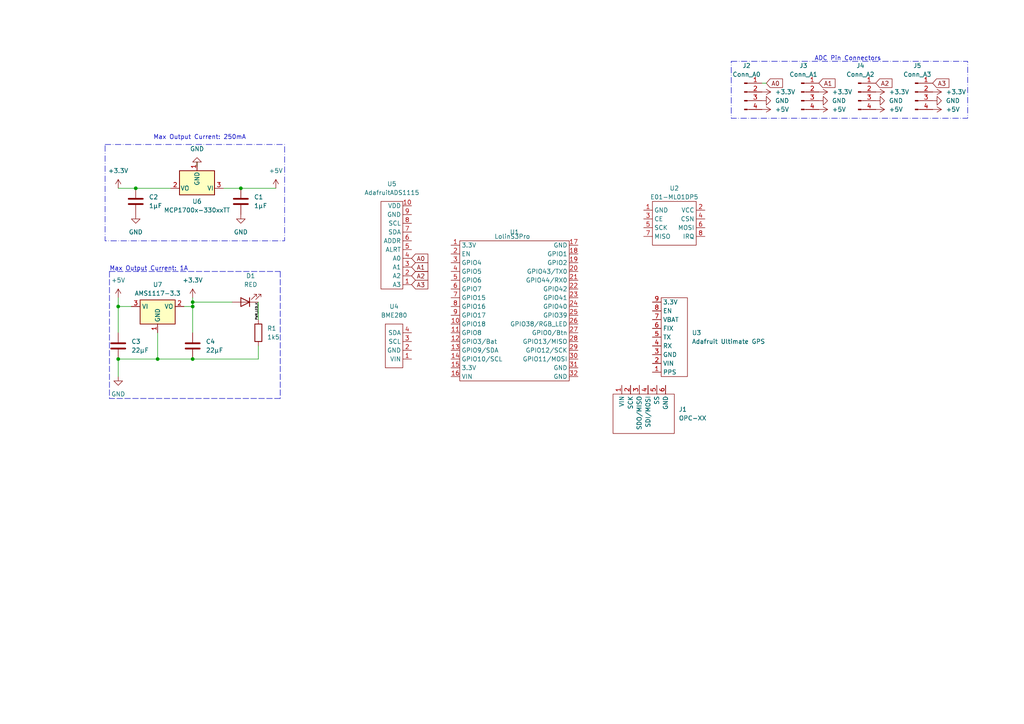
<source format=kicad_sch>
(kicad_sch (version 20230121) (generator eeschema)
  (paper "A4")
  (lib_symbols
    (symbol "Connector:Conn_01x04_Pin" (pin_names (offset 1.016) hide)
      (property "Reference" "J" (at 0 5.08 0))
      (property "Value" "Conn_01x04_Pin" (at 0 -7.62 0))
      (symbol "Conn_01x04_Pin_1_1"
        (polyline (pts (xy 1.27 -5.08) (xy 0.8636 -5.08)) (stroke (width 0.1524)))
        (polyline (pts (xy 1.27 -2.54) (xy 0.8636 -2.54)) (stroke (width 0.1524)))
        (polyline (pts (xy 1.27 0) (xy 0.8636 0)) (stroke (width 0.1524)))
        (polyline (pts (xy 1.27 2.54) (xy 0.8636 2.54)) (stroke (width 0.1524)))
        (rectangle (start 0.8636 -4.953) (end 0 -5.207) (stroke (width 0.1524)) (fill (type outline)))
        (rectangle (start 0.8636 -2.413) (end 0 -2.667) (stroke (width 0.1524)) (fill (type outline)))
        (rectangle (start 0.8636 0.127) (end 0 -0.127) (stroke (width 0.1524)) (fill (type outline)))
        (rectangle (start 0.8636 2.667) (end 0 2.413) (stroke (width 0.1524)) (fill (type outline)))
        (pin passive line (at 5.08 2.54 180) (length 3.81) (name "Pin_1") (number "1"))
        (pin passive line (at 5.08 0 180) (length 3.81) (name "Pin_2") (number "2"))
        (pin passive line (at 5.08 -2.54 180) (length 3.81) (name "Pin_3") (number "3"))
        (pin passive line (at 5.08 -5.08 180) (length 3.81) (name "Pin_4") (number "4"))
      )
    )
    (symbol "Device:C" (pin_numbers hide) (pin_names (offset 0.254))
      (property "Reference" "C" (at 0.635 2.54 0))
      (property "Value" "C" (at 0.635 -2.54 0))
      (symbol "C_0_1"
        (polyline (pts (xy -2.032 -0.762) (xy 2.032 -0.762)) (stroke (width 0.508)))
        (polyline (pts (xy -2.032 0.762) (xy 2.032 0.762)) (stroke (width 0.508)))
      )
      (symbol "C_1_1"
        (pin passive line (at 0 3.81 270) (length 2.794) (name "~") (number "1"))
        (pin passive line (at 0 -3.81 90) (length 2.794) (name "~") (number "2"))
      )
    )
    (symbol "Device:LED" (pin_numbers hide) (pin_names (offset 1.016) hide)
      (property "Reference" "D" (at 0 2.54 0))
      (property "Value" "LED" (at 0 -2.54 0))
      (symbol "LED_0_1"
        (polyline (pts (xy -1.27 -1.27) (xy -1.27 1.27)) (stroke (width 0.254)))
        (polyline (pts (xy -1.27 0) (xy 1.27 0)))
        (polyline (pts (xy 1.27 -1.27) (xy 1.27 1.27) (xy -1.27 0) (xy 1.27 -1.27)) (stroke (width 0.254)))
        (polyline (pts (xy -3.048 -0.762) (xy -4.572 -2.286) (xy -3.81 -2.286) (xy -4.572 -2.286) (xy -4.572 -1.524)))
        (polyline (pts (xy -1.778 -0.762) (xy -3.302 -2.286) (xy -2.54 -2.286) (xy -3.302 -2.286) (xy -3.302 -1.524)))
      )
      (symbol "LED_1_1"
        (pin passive line (at -3.81 0 0) (length 2.54) (name "K") (number "1"))
        (pin passive line (at 3.81 0 180) (length 2.54) (name "A") (number "2"))
      )
    )
    (symbol "Device:R" (pin_numbers hide) (pin_names (offset 0))
      (property "Reference" "R" (at 2.032 0 90))
      (property "Value" "R" (at 0 0 90))
      (symbol "R_0_1"
        (rectangle (start -1.016 -2.54) (end 1.016 2.54) (stroke (width 0.254)))
      )
      (symbol "R_1_1"
        (pin passive line (at 0 3.81 270) (length 1.27) (name "~") (number "1"))
        (pin passive line (at 0 -3.81 90) (length 1.27) (name "~") (number "2"))
      )
    )
    (symbol "Ebyte:E01-ML01DP5"
      (property "Reference" "U" (at 0 -2.54 0))
      (property "Value" "E01-ML01DP5" (at 0 0 0))
      (property "Footprint" "Ebyte:E01-ML01DP5" (at 0 -17.78 0))
      (symbol "E01-ML01DP5_0_1"
        (rectangle (start -6.35 -3.81) (end 6.35 -16.51))
      )
      (symbol "E01-ML01DP5_1_1"
        (pin power_in line (at -8.89 -6.35 0) (length 2.54) (name "GND") (number "1"))
        (pin power_in line (at 8.89 -6.35 180) (length 2.54) (name "VCC") (number "2"))
        (pin input line (at -8.89 -8.89 0) (length 2.54) (name "CE") (number "3"))
        (pin input line (at 8.89 -8.89 180) (length 2.54) (name "CSN") (number "4"))
        (pin input line (at -8.89 -11.43 0) (length 2.54) (name "SCK") (number "5"))
        (pin input line (at 8.89 -11.43 180) (length 2.54) (name "MOSI") (number "6"))
        (pin output line (at -8.89 -13.97 0) (length 2.54) (name "MISO") (number "7"))
        (pin output line (at 8.89 -13.97 180) (length 2.54) (name "IRQ") (number "8"))
      )
    )
    (symbol "MCU_Boards_Own:AdafruitUltimateGPS"
      (property "Reference" "U" (at 0 5.08 0))
      (property "Value" "Adafruit Ultimate GPS" (at 0 2.54 0))
      (symbol "AdafruitUltimateGPS_0_1"
        (rectangle (start -3.81 0) (end 3.81 -22.86))
      )
      (symbol "AdafruitUltimateGPS_1_1"
        (pin output line (at -6.35 -21.59 0) (length 2.54) (name "PPS") (number "1"))
        (pin power_in line (at -6.35 -19.05 0) (length 2.54) (name "VIN") (number "2"))
        (pin power_in line (at -6.35 -16.51 0) (length 2.54) (name "GND") (number "3"))
        (pin input line (at -6.35 -13.97 0) (length 2.54) (name "RX") (number "4"))
        (pin output line (at -6.35 -11.43 0) (length 2.54) (name "TX") (number "5"))
        (pin output line (at -6.35 -8.89 0) (length 2.54) (name "FIX") (number "6"))
        (pin power_in line (at -6.35 -6.35 0) (length 2.54) (name "VBAT") (number "7"))
        (pin input line (at -6.35 -3.81 0) (length 2.54) (name "EN") (number "8"))
        (pin power_out line (at -6.35 -1.27 0) (length 2.54) (name "3.3V") (number "9"))
      )
    )
    (symbol "MCU_Boards_Own:Adafruit_ADS1115"
      (property "Reference" "U" (at 0 5.08 0))
      (property "Value" "AdafruitADS1115" (at 0 2.54 0))
      (symbol "Adafruit_ADS1115_0_1"
        (rectangle (start -2.54 0) (end 3.81 -25.4))
      )
      (symbol "Adafruit_ADS1115_1_1"
        (pin input line (at 6.35 -24.13 180) (length 2.54) (name "A3") (number "1"))
        (pin power_in line (at 6.35 -1.27 180) (length 2.54) (name "VDD") (number "10"))
        (pin input line (at 6.35 -21.59 180) (length 2.54) (name "A2") (number "2"))
        (pin input line (at 6.35 -19.05 180) (length 2.54) (name "A1") (number "3"))
        (pin input line (at 6.35 -16.51 180) (length 2.54) (name "A0") (number "4"))
        (pin output line (at 6.35 -13.97 180) (length 2.54) (name "ALRT") (number "5"))
        (pin input line (at 6.35 -11.43 180) (length 2.54) (name "ADDR") (number "6"))
        (pin bidirectional line (at 6.35 -8.89 180) (length 2.54) (name "SDA") (number "7"))
        (pin input line (at 6.35 -6.35 180) (length 2.54) (name "SCL") (number "8"))
        (pin power_in line (at 6.35 -3.81 180) (length 2.54) (name "GND") (number "9"))
      )
    )
    (symbol "MCU_Boards_Own:BME280"
      (property "Reference" "U" (at 0 1.27 0))
      (property "Value" "BME280" (at 0 -1.27 0))
      (symbol "BME280_0_1"
        (rectangle (start -2.54 -2.54) (end 2.54 -15.24))
      )
      (symbol "BME280_1_1"
        (pin power_in line (at -5.08 -5.08 0) (length 2.54) (name "VIN") (number "1"))
        (pin power_in line (at -5.08 -7.62 0) (length 2.54) (name "GND") (number "2"))
        (pin input line (at -5.08 -10.16 0) (length 2.54) (name "SCL") (number "3"))
        (pin bidirectional line (at -5.08 -12.7 0) (length 2.54) (name "SDA") (number "4"))
      )
    )
    (symbol "MCU_Boards_Own:OPC-Molex-Pico-Clasp"
      (property "Reference" "J" (at 0 0 0))
      (property "Value" "OPC-XX" (at 0 0 0))
      (symbol "OPC-Molex-Pico-Clasp_0_1"
        (rectangle (start -8.89 -12.7) (end 8.89 -24.13))
      )
      (symbol "OPC-Molex-Pico-Clasp_1_1"
        (pin power_in line (at -6.35 -10.16 270) (length 2.54) (name "VIN") (number "1"))
        (pin input line (at -3.81 -10.16 270) (length 2.54) (name "SCK") (number "2"))
        (pin tri_state line (at -1.27 -10.16 270) (length 2.54) (name "SDO/MISO") (number "3"))
        (pin input line (at 1.27 -10.16 270) (length 2.54) (name "SDI/MOSI") (number "4"))
        (pin input line (at 3.81 -10.16 270) (length 2.54) (name "SS") (number "5"))
        (pin power_in line (at 6.35 -10.16 270) (length 2.54) (name "GND") (number "6"))
      )
    )
    (symbol "MCU_Boards_Own:Wemos_Lolin_S3_Pro"
      (property "Reference" "U" (at 0 21.59 0))
      (symbol "Wemos_Lolin_S3_Pro_0_1"
        (rectangle (start -15.24 20.32) (end 16.51 -20.32))
      )
      (symbol "Wemos_Lolin_S3_Pro_1_1"
        (pin power_out line (at -17.78 19.05 0) (length 2.54) (name "3.3V") (number "1"))
        (pin unspecified line (at -17.78 -3.81 0) (length 2.54) (name "GPIO18") (number "10"))
        (pin unspecified line (at -17.78 -6.35 0) (length 2.54) (name "GPIO8") (number "11"))
        (pin unspecified line (at -17.78 -8.89 0) (length 2.54) (name "GPIO3/Bat") (number "12"))
        (pin bidirectional line (at -17.78 -11.43 0) (length 2.54) (name "GPIO9/SDA") (number "13"))
        (pin bidirectional line (at -17.78 -13.97 0) (length 2.54) (name "GPIO10/SCL") (number "14"))
        (pin power_out line (at -17.78 -16.51 0) (length 2.54) (name "3.3V") (number "15"))
        (pin power_in line (at -17.78 -19.05 0) (length 2.54) (name "VIN") (number "16"))
        (pin power_in line (at 19.05 19.05 180) (length 2.54) (name "GND") (number "17"))
        (pin unspecified line (at 19.05 16.51 180) (length 2.54) (name "GPIO1") (number "18"))
        (pin unspecified line (at 19.05 13.97 180) (length 2.54) (name "GPIO2") (number "19"))
        (pin input line (at -17.78 16.51 0) (length 2.54) (name "EN") (number "2"))
        (pin unspecified line (at 19.05 11.43 180) (length 2.54) (name "GPIO43/TX0") (number "20"))
        (pin unspecified line (at 19.05 8.89 180) (length 2.54) (name "GPIO44/RX0") (number "21"))
        (pin unspecified line (at 19.05 6.35 180) (length 2.54) (name "GPIO42") (number "22"))
        (pin unspecified line (at 19.05 3.81 180) (length 2.54) (name "GPIO41") (number "23"))
        (pin unspecified line (at 19.05 1.27 180) (length 2.54) (name "GPIO40") (number "24"))
        (pin unspecified line (at 19.05 -1.27 180) (length 2.54) (name "GPIO39") (number "25"))
        (pin unspecified line (at 19.05 -3.81 180) (length 2.54) (name "GPIO38/RGB_LED") (number "26"))
        (pin unspecified line (at 19.05 -6.35 180) (length 2.54) (name "GPIO0/Btn") (number "27"))
        (pin input line (at 19.05 -8.89 180) (length 2.54) (name "GPIO13/MISO") (number "28"))
        (pin output line (at 19.05 -11.43 180) (length 2.54) (name "GPIO12/SCK") (number "29"))
        (pin unspecified line (at -17.78 13.97 0) (length 2.54) (name "GPIO4") (number "3"))
        (pin output line (at 19.05 -13.97 180) (length 2.54) (name "GPIO11/MOSI") (number "30"))
        (pin power_in line (at 19.05 -16.51 180) (length 2.54) (name "GND") (number "31"))
        (pin power_in line (at 19.05 -19.05 180) (length 2.54) (name "GND") (number "32"))
        (pin unspecified line (at -17.78 11.43 0) (length 2.54) (name "GPIO5") (number "4"))
        (pin unspecified line (at -17.78 8.89 0) (length 2.54) (name "GPIO6") (number "5"))
        (pin unspecified line (at -17.78 6.35 0) (length 2.54) (name "GPIO7") (number "6"))
        (pin unspecified line (at -17.78 3.81 0) (length 2.54) (name "GPIO15") (number "7"))
        (pin unspecified line (at -17.78 1.27 0) (length 2.54) (name "GPIO16") (number "8"))
        (pin unspecified line (at -17.78 -1.27 0) (length 2.54) (name "GPIO17") (number "9"))
      )
    )
    (symbol "Regulator_Linear:AMS1117-3.3"
      (property "Reference" "U" (at -3.81 3.175 0))
      (property "Value" "AMS1117-3.3" (at 0 3.175 0))
      (symbol "AMS1117-3.3_0_1"
        (rectangle (start -5.08 -5.08) (end 5.08 1.905) (stroke (width 0.254)) (fill (type background)))
      )
      (symbol "AMS1117-3.3_1_1"
        (pin power_in line (at 0 -7.62 90) (length 2.54) (name "GND") (number "1"))
        (pin power_out line (at 7.62 0 180) (length 2.54) (name "VO") (number "2"))
        (pin power_in line (at -7.62 0 0) (length 2.54) (name "VI") (number "3"))
      )
    )
    (symbol "Regulator_Linear:MCP1700x-330xxTT" (pin_names (offset 0.254))
      (property "Reference" "U" (at -3.81 3.175 0))
      (property "Value" "MCP1700x-330xxTT" (at 0 3.175 0))
      (symbol "MCP1700x-330xxTT_0_1"
        (rectangle (start -5.08 1.905) (end 5.08 -5.08) (stroke (width 0.254)) (fill (type background)))
      )
      (symbol "MCP1700x-330xxTT_1_1"
        (pin power_in line (at 0 -7.62 90) (length 2.54) (name "GND") (number "1"))
        (pin power_out line (at 7.62 0 180) (length 2.54) (name "VO") (number "2"))
        (pin power_in line (at -7.62 0 0) (length 2.54) (name "VI") (number "3"))
      )
    )
    (symbol "power:+3.3V" (power) (pin_names (offset 0))
      (property "Value" "+3.3V" (at 0 3.556 0))
      (symbol "+3.3V_0_1"
        (polyline (pts (xy -0.762 1.27) (xy 0 2.54)))
        (polyline (pts (xy 0 0) (xy 0 2.54)))
        (polyline (pts (xy 0 2.54) (xy 0.762 1.27)))
      )
      (symbol "+3.3V_1_1"
        (pin power_in line (at 0 0 90) (length 0) hide (name "+3.3V") (number "1"))
      )
    )
    (symbol "power:+5V" (power) (pin_names (offset 0))
      (property "Value" "+5V" (at 0 3.556 0))
      (symbol "+5V_0_1"
        (polyline (pts (xy -0.762 1.27) (xy 0 2.54)))
        (polyline (pts (xy 0 0) (xy 0 2.54)))
        (polyline (pts (xy 0 2.54) (xy 0.762 1.27)))
      )
      (symbol "+5V_1_1"
        (pin power_in line (at 0 0 90) (length 0) hide (name "+5V") (number "1"))
      )
    )
    (symbol "power:GND" (power) (pin_names (offset 0))
      (property "Value" "GND" (at 0 -3.81 0))
      (symbol "GND_0_1"
        (polyline (pts (xy 0 0) (xy 0 -1.27) (xy 1.27 -1.27) (xy 0 -2.54) (xy -1.27 -1.27) (xy 0 -1.27)))
      )
      (symbol "GND_1_1"
        (pin power_in line (at 0 0 270) (length 0) hide (name "GND") (number "1"))
      )
    )
  )
  (junction (at 55.88 104.14))
  (junction (at 55.88 87.63))
  (junction (at 69.85 54.61))
  (junction (at 39.37 54.61))
  (junction (at 34.29 88.9))
  (junction (at 45.72 104.14))
  (junction (at 55.88 88.9))
  (junction (at 34.29 104.14))
  (polyline (pts (xy 81.28 78.74) (xy 81.28 115.57)) (stroke (width 0) (type dash)))
  (wire (pts (xy 64.77 54.61) (xy 69.85 54.61)))
  (wire (pts (xy 39.37 54.61) (xy 49.53 54.61)))
  (wire (pts (xy 34.29 104.14) (xy 45.72 104.14)))
  (wire (pts (xy 34.29 104.14) (xy 34.29 109.22)))
  (wire (pts (xy 74.93 100.33) (xy 74.93 104.14)))
  (wire (pts (xy 222.25 24.13) (xy 220.98 24.13)))
  (wire (pts (xy 55.88 96.52) (xy 55.88 88.9)))
  (wire (pts (xy 55.88 87.63) (xy 55.88 88.9)))
  (wire (pts (xy 34.29 88.9) (xy 38.1 88.9)))
  (wire (pts (xy 55.88 88.9) (xy 53.34 88.9)))
  (wire (pts (xy 57.15 46.99) (xy 57.15 48.26)))
  (polyline (pts (xy 81.28 115.57) (xy 31.75 115.57)) (stroke (width 0) (type dash)))
  (polyline (pts (xy 31.75 78.74) (xy 81.28 78.74)) (stroke (width 0) (type dash)))
  (wire (pts (xy 34.29 54.61) (xy 39.37 54.61)))
  (wire (pts (xy 55.88 87.63) (xy 67.31 87.63)))
  (wire (pts (xy 45.72 104.14) (xy 55.88 104.14)))
  (wire (pts (xy 74.93 104.14) (xy 55.88 104.14)))
  (wire (pts (xy 34.29 86.36) (xy 34.29 88.9)))
  (wire (pts (xy 69.85 54.61) (xy 80.01 54.61)))
  (wire (pts (xy 34.29 96.52) (xy 34.29 88.9)))
  (polyline (pts (xy 31.75 78.74) (xy 31.75 115.57)) (stroke (width 0) (type dash)))
  (wire (pts (xy 55.88 86.36) (xy 55.88 87.63)))
  (wire (pts (xy 74.93 87.63) (xy 74.93 92.71)))
  (wire (pts (xy 45.72 96.52) (xy 45.72 104.14)))
  (rectangle (start 30.48 41.91) (end 82.55 69.85) (stroke (width 0) (type dash_dot)))
  (rectangle (start 212.09 17.78) (end 280.67 34.29) (stroke (width 0) (type dash_dot)))
  (text "Max Output Current: 250mA" (at 44.45 40.64 0) (effects (font (size 1.27 1.27)) (justify left bottom)))
  (text "Max Output Current: 1A" (at 31.75 78.74 0) (effects (font (size 1.27 1.27)) (justify left bottom)))
  (text "ADC Pin Connectors" (at 236.22 17.78 0) (effects (font (size 1.27 1.27)) (justify left bottom)))
  (label "PWR_LED_K" (at 74.93 87.63 270) (effects (font (size 0.6 0.6))))
  (global_label "A0" (shape input) (at 119.38 74.93 0) (property "Intersheetrefs" "${INTERSHEET_REFS}" (effects hide)))
  (global_label "A1" (shape input) (at 119.38 77.47 0) (property "Intersheetrefs" "${INTERSHEET_REFS}" (effects hide)))
  (global_label "A0" (shape input) (at 222.25 24.13 0) (property "Intersheetrefs" "${INTERSHEET_REFS}" (effects hide)))
  (global_label "A2" (shape input) (at 119.38 80.01 0) (property "Intersheetrefs" "${INTERSHEET_REFS}" (effects hide)))
  (global_label "A1" (shape input) (at 237.49 24.13 0) (property "Intersheetrefs" "${INTERSHEET_REFS}" (effects hide)))
  (global_label "A2" (shape input) (at 254 24.13 0) (property "Intersheetrefs" "${INTERSHEET_REFS}" (effects hide)))
  (global_label "A3" (shape input) (at 119.38 82.55 0) (property "Intersheetrefs" "${INTERSHEET_REFS}" (effects hide)))
  (global_label "A3" (shape input) (at 270.51 24.13 0) (property "Intersheetrefs" "${INTERSHEET_REFS}" (effects hide)))
  (symbol (lib_id "MCU_Boards_Own:Adafruit_ADS1115") (at 113.03 58.42 0) (unit 1)
    (property "Reference" "U5" (at 113.665 53.34 0))
    (property "Value" "AdafruitADS1115" (at 113.665 55.88 0))
    (property "Footprint" "MCU_Boards_Own:Adafruit_ADS1115" (effects hide))
  )
  (symbol (lib_id "power:+3.3V") (at 237.49 26.67 270) (unit 1)
    (property "Reference" "#PWR012" (effects hide))
    (property "Value" "+3.3V" (at 241.3 26.67 90) (effects (justify left)))
  )
  (symbol (lib_id "Device:C") (at 69.85 58.42 0) (unit 1)
    (property "Reference" "C1" (at 73.66 57.15 0) (effects (justify left)))
    (property "Value" "1µF" (at 73.66 59.69 0) (effects (justify left)))
  )
  (symbol (lib_id "Regulator_Linear:MCP1700x-330xxTT") (at 57.15 54.61 180) (unit 1)
    (property "Reference" "U6" (at 57.15 58.42 0))
    (property "Value" "MCP1700x-330xxTT" (at 57.15 60.96 0))
    (property "Footprint" "Package_TO_SOT_SMD:SOT-23" (effects hide))
    (property "Datasheet" "http://ww1.microchip.com/downloads/en/DeviceDoc/20001826D.pdf" (effects hide))
  )
  (symbol (lib_id "Device:C") (at 55.88 100.33 0) (unit 1)
    (property "Reference" "C4" (at 59.69 99.06 0) (effects (justify left)))
    (property "Value" "22µF" (at 59.69 101.6 0) (effects (justify left)))
  )
  (symbol (lib_id "power:GND") (at 220.98 29.21 90) (unit 1)
    (property "Reference" "#PWR010" (effects hide))
    (property "Value" "GND" (at 224.79 29.21 90) (effects (justify right)))
  )
  (symbol (lib_id "power:GND") (at 254 29.21 90) (unit 1)
    (property "Reference" "#PWR016" (effects hide))
    (property "Value" "GND" (at 257.81 29.21 90) (effects (justify right)))
  )
  (symbol (lib_id "MCU_Boards_Own:Wemos_Lolin_S3_Pro") (at 148.59 90.17 0) (unit 1)
    (property "Reference" "U1" (at 149.225 67.31 0))
    (property "Value" "LolinS3Pro" (at 148.59 68.58 0))
    (property "Footprint" "MCU_Boards_Own:Wemos_Lolin_S3_Pro" (effects hide))
  )
  (symbol (lib_id "power:+5V") (at 34.29 86.36 0) (unit 1)
    (property "Reference" "#PWR06" (effects hide))
    (property "Value" "+5V" (at 34.29 81.28 0))
  )
  (symbol (lib_id "power:GND") (at 270.51 29.21 90) (unit 1)
    (property "Reference" "#PWR017" (effects hide))
    (property "Value" "GND" (at 274.32 29.21 90) (effects (justify right)))
  )
  (symbol (lib_id "Connector:Conn_01x04_Pin") (at 215.9 26.67 0) (unit 1)
    (property "Reference" "J2" (at 216.535 19.05 0))
    (property "Value" "Conn_A0" (at 216.535 21.59 0))
    (property "Footprint" "Connector_PinHeader_2.54mm:PinHeader_1x04_P2.54mm_Vertical" (effects hide))
  )
  (symbol (lib_id "Device:R") (at 74.93 96.52 0) (unit 1)
    (property "Reference" "R1" (at 77.47 95.25 0) (effects (justify left)))
    (property "Value" "1k5" (at 77.47 97.79 0) (effects (justify left)))
  )
  (symbol (lib_id "Connector:Conn_01x04_Pin") (at 248.92 26.67 0) (unit 1)
    (property "Reference" "J4" (at 249.555 19.05 0))
    (property "Value" "Conn_A2" (at 249.555 21.59 0))
    (property "Footprint" "Connector_PinHeader_2.54mm:PinHeader_1x04_P2.54mm_Vertical" (effects hide))
  )
  (symbol (lib_id "power:+3.3V") (at 270.51 26.67 270) (unit 1)
    (property "Reference" "#PWR014" (effects hide))
    (property "Value" "+3.3V" (at 274.32 26.67 90) (effects (justify left)))
  )
  (symbol (lib_id "Device:C") (at 34.29 100.33 0) (unit 1)
    (property "Reference" "C3" (at 38.1 99.06 0) (effects (justify left)))
    (property "Value" "22µF" (at 38.1 101.6 0) (effects (justify left)))
  )
  (symbol (lib_id "Device:C") (at 39.37 58.42 0) (unit 1)
    (property "Reference" "C2" (at 43.18 57.15 0) (effects (justify left)))
    (property "Value" "1µF" (at 43.18 59.69 0) (effects (justify left)))
  )
  (symbol (lib_id "Connector:Conn_01x04_Pin") (at 265.43 26.67 0) (unit 1)
    (property "Reference" "J5" (at 266.065 19.05 0))
    (property "Value" "Conn_A3" (at 266.065 21.59 0))
    (property "Footprint" "Connector_PinHeader_2.54mm:PinHeader_1x04_P2.54mm_Vertical" (effects hide))
  )
  (symbol (lib_id "power:+3.3V") (at 220.98 26.67 270) (unit 1)
    (property "Reference" "#PWR09" (effects hide))
    (property "Value" "+3.3V" (at 224.79 26.67 90) (effects (justify left)))
  )
  (symbol (lib_id "power:GND") (at 34.29 109.22 0) (unit 1)
    (property "Reference" "#PWR07" (effects hide))
    (property "Value" "GND" (at 34.29 114.3 0))
  )
  (symbol (lib_id "power:GND") (at 39.37 62.23 0) (unit 1)
    (property "Reference" "#PWR02" (effects hide))
    (property "Value" "GND" (at 39.37 67.31 0))
  )
  (symbol (lib_id "Ebyte:E01-ML01DP5") (at 195.58 54.61 0) (unit 1)
    (property "Reference" "U2" (at 195.58 54.61 0))
    (property "Value" "E01-ML01DP5" (at 195.58 57.15 0))
    (property "Footprint" "Ebyte:E01-ML01DP5" (effects hide))
  )
  (symbol (lib_id "power:+5V") (at 220.98 31.75 270) (unit 1)
    (property "Reference" "#PWR011" (effects hide))
    (property "Value" "+5V" (at 224.79 31.75 90) (effects (justify left)))
  )
  (symbol (lib_id "MCU_Boards_Own:OPC-Molex-Pico-Clasp") (at 186.69 101.6 0) (unit 1)
    (property "Reference" "J1" (at 196.85 118.745 0) (effects (justify left)))
    (property "Value" "OPC-XX" (at 196.85 121.285 0) (effects (justify left)))
    (property "Footprint" "MCU_Boards_Own:Molex_Pico-Clasp_202396-0607_1x06-1MP_P1.00mm_Horizontal" (effects hide))
  )
  (symbol (lib_id "power:+5V") (at 270.51 31.75 270) (unit 1)
    (property "Reference" "#PWR020" (effects hide))
    (property "Value" "+5V" (at 274.32 31.75 90) (effects (justify left)))
  )
  (symbol (lib_id "power:+5V") (at 80.01 54.61 0) (unit 1)
    (property "Reference" "#PWR01" (effects hide))
    (property "Value" "+5V" (at 80.01 49.53 0))
  )
  (symbol (lib_id "Connector:Conn_01x04_Pin") (at 232.41 26.67 0) (unit 1)
    (property "Reference" "J3" (at 233.045 19.05 0))
    (property "Value" "Conn_A1" (at 233.045 21.59 0))
    (property "Footprint" "Connector_PinHeader_2.54mm:PinHeader_1x04_P2.54mm_Vertical" (effects hide))
  )
  (symbol (lib_id "power:+5V") (at 237.49 31.75 270) (unit 1)
    (property "Reference" "#PWR018" (effects hide))
    (property "Value" "+5V" (at 241.3 31.75 90) (effects (justify left)))
  )
  (symbol (lib_id "MCU_Boards_Own:BME280") (at 114.3 109.22 180) (unit 1)
    (property "Reference" "U4" (at 114.3 88.9 0))
    (property "Value" "BME280" (at 114.3 91.44 0))
    (property "Footprint" "MCU_Boards_Own:BME280_4pin" (effects hide))
  )
  (symbol (lib_id "power:GND") (at 69.85 62.23 0) (unit 1)
    (property "Reference" "#PWR04" (effects hide))
    (property "Value" "GND" (at 69.85 67.31 0))
  )
  (symbol (lib_id "power:GND") (at 237.49 29.21 90) (unit 1)
    (property "Reference" "#PWR015" (effects hide))
    (property "Value" "GND" (at 241.3 29.21 90) (effects (justify right)))
  )
  (symbol (lib_id "power:+5V") (at 254 31.75 270) (unit 1)
    (property "Reference" "#PWR019" (effects hide))
    (property "Value" "+5V" (at 257.81 31.75 90) (effects (justify left)))
  )
  (symbol (lib_id "power:GND") (at 57.15 48.26 180) (unit 1)
    (property "Reference" "#PWR03" (effects hide))
    (property "Value" "GND" (at 57.15 43.18 0))
  )
  (symbol (lib_id "Device:LED") (at 71.12 87.63 180) (unit 1)
    (property "Reference" "D1" (at 72.7075 80.01 0))
    (property "Value" "RED" (at 72.7075 82.55 0))
  )
  (symbol (lib_id "power:+3.3V") (at 254 26.67 270) (unit 1)
    (property "Reference" "#PWR013" (effects hide))
    (property "Value" "+3.3V" (at 257.81 26.67 90) (effects (justify left)))
  )
  (symbol (lib_id "power:+3.3V") (at 34.29 54.61 0) (unit 1)
    (property "Reference" "#PWR05" (effects hide))
    (property "Value" "+3.3V" (at 34.29 49.53 0))
  )
  (symbol (lib_id "MCU_Boards_Own:AdafruitUltimateGPS") (at 195.58 86.36 0) (unit 1)
    (property "Reference" "U3" (at 200.66 96.52 0) (effects (justify left)))
    (property "Value" "Adafruit Ultimate GPS" (at 200.66 99.06 0) (effects (justify left)))
    (property "Footprint" "MCU_Boards_Own:AdafruitUltimateGPS" (effects hide))
  )
  (symbol (lib_id "Regulator_Linear:AMS1117-3.3") (at 45.72 88.9 0) (unit 1)
    (property "Reference" "U7" (at 45.72 82.55 0))
    (property "Value" "AMS1117-3.3" (at 45.72 85.09 0))
    (property "Footprint" "Package_TO_SOT_SMD:SOT-223-3_TabPin2" (effects hide))
    (property "Datasheet" "http://www.advanced-monolithic.com/pdf/ds1117.pdf" (effects hide))
  )
  (symbol (lib_id "power:+3.3V") (at 55.88 86.36 0) (unit 1)
    (property "Reference" "#PWR08" (effects hide))
    (property "Value" "+3.3V" (at 55.88 81.28 0))
  )
)
</source>
